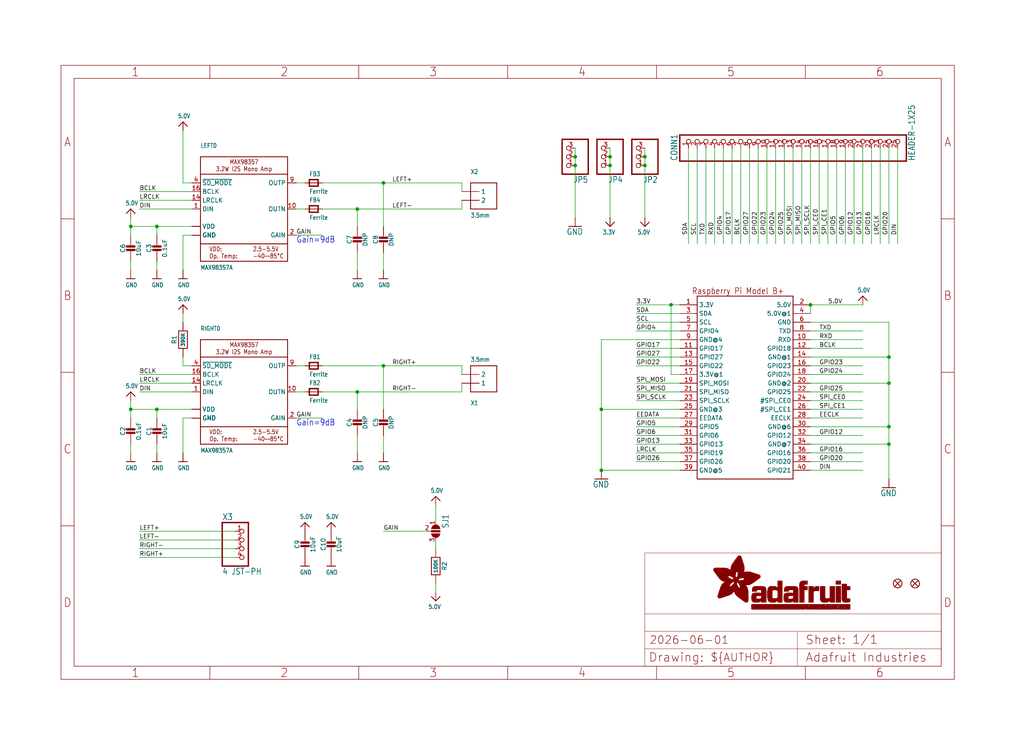
<source format=kicad_sch>
(kicad_sch (version 20230121) (generator eeschema)
  (paper "User" 298.45 217.322)
  (lib_symbols
    (symbol "working-eagle-import:3.3V" (power)
      (property "Value" "3.3V" (at -1.524 1.016 0))
      (symbol "3.3V_1_0"
        (pin power_in line (at 0 -2.54 90) (length 2.54) (name "3.3V") (number "1"))
      )
    )
    (symbol "working-eagle-import:5.0V" (power)
      (property "Value" "5.0V" (at -1.524 1.016 0))
      (symbol "5.0V_1_0"
        (pin power_in line (at 0 -2.54 90) (length 2.54) (name "5.0V") (number "1"))
      )
    )
    (symbol "working-eagle-import:AUDIOAMP_MAX98357"
      (property "Reference" "U" (at -12.7 17.78 0))
      (symbol "AUDIOAMP_MAX98357_1_0"
        (text "2.5-5.5V\n-40~~85°C" (at 2.54 -12.7 0) (effects (font (size 1.27 1.0795)) (justify left)))
        (text "MAX98357\n3.2W I2S Mono Amp" (at 0 12.7 0) (effects (font (size 1.27 1.0795))))
        (text "VDD:\nOp. Temp:" (at -10.16 -12.7 0) (effects (font (size 1.27 1.0795)) (justify left)))
        (pin bidirectional line (at -15.24 0 0) (length 2.54) (name "DIN") (number "1"))
        (pin output line (at 15.24 0 180) (length 2.54) (name "OUTN") (number "10"))
        (pin power_in line (at -15.24 -7.62 0) (length 2.54) (name "GND") (number "11"))
        (pin bidirectional line (at -15.24 2.54 0) (length 2.54) (name "LRCLK") (number "14"))
        (pin power_in line (at -15.24 -7.62 0) (length 2.54) (name "GND") (number "15"))
        (pin bidirectional line (at -15.24 5.08 0) (length 2.54) (name "BCLK") (number "16"))
        (pin bidirectional line (at 15.24 -7.62 180) (length 2.54) (name "GAIN") (number "2"))
        (pin power_in line (at -15.24 -7.62 0) (length 2.54) (name "GND") (number "3"))
        (pin bidirectional line (at -15.24 7.62 0) (length 2.54) (name "~{SD_MODE}") (number "4"))
        (pin power_in line (at -15.24 -5.08 0) (length 2.54) (name "VDD") (number "7"))
        (pin power_in line (at -15.24 -5.08 0) (length 2.54) (name "VDD") (number "8"))
        (pin output line (at 15.24 7.62 180) (length 2.54) (name "OUTP") (number "9"))
        (pin power_in line (at -15.24 -7.62 0) (length 2.54) (name "GND") (number "THERMAL"))
      )
    )
    (symbol "working-eagle-import:CAP_CERAMIC0805-NOOUTLINE"
      (property "Reference" "C" (at -2.29 1.25 90))
      (symbol "CAP_CERAMIC0805-NOOUTLINE_1_0"
        (pin passive line (at 0 5.08 270) (length 2.54) (name "1") (number "1"))
        (pin passive line (at 0 -2.54 90) (length 2.54) (name "2") (number "2"))
      )
    )
    (symbol "working-eagle-import:CON_JST_PH_4PIN"
      (property "Reference" "X" (at -6.35 8.255 0))
      (symbol "CON_JST_PH_4PIN_1_0"
        (pin passive inverted (at -2.54 5.08 0) (length 2.54) (name "1") (number "1"))
        (pin passive inverted (at -2.54 2.54 0) (length 2.54) (name "2") (number "2"))
        (pin passive inverted (at -2.54 0 0) (length 2.54) (name "3") (number "3"))
        (pin passive inverted (at -2.54 -2.54 0) (length 2.54) (name "4") (number "4"))
      )
    )
    (symbol "working-eagle-import:FERRITE-0805NO"
      (property "Reference" "FB" (at -1.27 1.905 0))
      (symbol "FERRITE-0805NO_1_0"
        (pin passive line (at -2.54 0 0) (length 2.54) (name "P$1") (number "1"))
        (pin passive line (at 2.54 0 180) (length 2.54) (name "P$2") (number "2"))
      )
    )
    (symbol "working-eagle-import:FIDUCIAL{dblquote}{dblquote}")
    (symbol "working-eagle-import:FRAME_A4_ADAFRUIT"
      (symbol "FRAME_A4_ADAFRUIT_1_0"
        (text "${#}/${##}" (at 230.505 10.16 0) (effects (font (size 2.54 2.54)) (justify left bottom)))
        (text "${AUTHOR}" (at 189.23 5.08 0) (effects (font (size 2.286 2.286)) (justify left bottom)))
        (text "${CURRENT_DATE}" (at 171.45 10.16 0) (effects (font (size 2.286 2.286)) (justify left bottom)))
        (text "${PROJECTNAME}" (at 171.45 15.24 0) (effects (font (size 2.54 2.54)) (justify left bottom)))
        (text "1" (at 21.6958 1.905 0) (effects (font (size 2.54 2.286))))
        (text "1" (at 21.6958 177.165 0) (effects (font (size 2.54 2.286))))
        (text "2" (at 65.0875 1.905 0) (effects (font (size 2.54 2.286))))
        (text "2" (at 65.0875 177.165 0) (effects (font (size 2.54 2.286))))
        (text "3" (at 108.4792 1.905 0) (effects (font (size 2.54 2.286))))
        (text "3" (at 108.4792 177.165 0) (effects (font (size 2.54 2.286))))
        (text "4" (at 151.8708 1.905 0) (effects (font (size 2.54 2.286))))
        (text "4" (at 151.8708 177.165 0) (effects (font (size 2.54 2.286))))
        (text "5" (at 195.2625 1.905 0) (effects (font (size 2.54 2.286))))
        (text "5" (at 195.2625 177.165 0) (effects (font (size 2.54 2.286))))
        (text "6" (at 238.6542 1.905 0) (effects (font (size 2.54 2.286))))
        (text "6" (at 238.6542 177.165 0) (effects (font (size 2.54 2.286))))
        (text "A" (at 1.905 156.6863 0) (effects (font (size 2.54 2.286))))
        (text "A" (at 258.445 156.6863 0) (effects (font (size 2.54 2.286))))
        (text "Adafruit Industries" (at 216.916 4.953 0) (effects (font (size 2.54 2.54)) (justify left bottom)))
        (text "B" (at 1.905 111.9188 0) (effects (font (size 2.54 2.286))))
        (text "B" (at 258.445 111.9188 0) (effects (font (size 2.54 2.286))))
        (text "C" (at 1.905 67.1513 0) (effects (font (size 2.54 2.286))))
        (text "C" (at 258.445 67.1513 0) (effects (font (size 2.54 2.286))))
        (text "D" (at 1.905 22.3838 0) (effects (font (size 2.54 2.286))))
        (text "D" (at 258.445 22.3838 0) (effects (font (size 2.54 2.286))))
        (text "Drawing:" (at 171.196 4.953 0) (effects (font (size 2.54 2.54)) (justify left bottom)))
        (text "Sheet:" (at 216.916 10.033 0) (effects (font (size 2.54 2.54)) (justify left bottom)))
      )
    )
    (symbol "working-eagle-import:GND" (power)
      (property "Value" "GND" (at -1.524 -2.54 0))
      (symbol "GND_1_0"
        (pin power_in line (at 0 2.54 270) (length 2.54) (name "GND") (number "1"))
      )
    )
    (symbol "working-eagle-import:HEADER-1X25"
      (property "Reference" "CONN" (at -3.81 33.655 0))
      (symbol "HEADER-1X25_1_0"
        (pin passive inverted (at 0 30.48 0) (length 2.54) (name "1") (number "1"))
        (pin passive inverted (at 0 7.62 0) (length 2.54) (name "10") (number "10"))
        (pin passive inverted (at 0 5.08 0) (length 2.54) (name "11") (number "11"))
        (pin passive inverted (at 0 2.54 0) (length 2.54) (name "12") (number "12"))
        (pin passive inverted (at 0 0 0) (length 2.54) (name "13") (number "13"))
        (pin passive inverted (at 0 -2.54 0) (length 2.54) (name "14") (number "14"))
        (pin passive inverted (at 0 -5.08 0) (length 2.54) (name "15") (number "15"))
        (pin passive inverted (at 0 -7.62 0) (length 2.54) (name "16") (number "16"))
        (pin passive inverted (at 0 -10.16 0) (length 2.54) (name "17") (number "17"))
        (pin passive inverted (at 0 -12.7 0) (length 2.54) (name "18") (number "18"))
        (pin passive inverted (at 0 -15.24 0) (length 2.54) (name "19") (number "19"))
        (pin passive inverted (at 0 27.94 0) (length 2.54) (name "2") (number "2"))
        (pin passive inverted (at 0 -17.78 0) (length 2.54) (name "20") (number "20"))
        (pin passive inverted (at 0 -20.32 0) (length 2.54) (name "21") (number "21"))
        (pin passive inverted (at 0 -22.86 0) (length 2.54) (name "22") (number "22"))
        (pin passive inverted (at 0 -25.4 0) (length 2.54) (name "23") (number "23"))
        (pin passive inverted (at 0 -27.94 0) (length 2.54) (name "24") (number "24"))
        (pin passive inverted (at 0 -30.48 0) (length 2.54) (name "25") (number "25"))
        (pin passive inverted (at 0 25.4 0) (length 2.54) (name "3") (number "3"))
        (pin passive inverted (at 0 22.86 0) (length 2.54) (name "4") (number "4"))
        (pin passive inverted (at 0 20.32 0) (length 2.54) (name "5") (number "5"))
        (pin passive inverted (at 0 17.78 0) (length 2.54) (name "6") (number "6"))
        (pin passive inverted (at 0 15.24 0) (length 2.54) (name "7") (number "7"))
        (pin passive inverted (at 0 12.7 0) (length 2.54) (name "8") (number "8"))
        (pin passive inverted (at 0 10.16 0) (length 2.54) (name "9") (number "9"))
      )
    )
    (symbol "working-eagle-import:HEADER-1X376MIL"
      (property "Reference" "JP" (at -6.35 5.715 0))
      (symbol "HEADER-1X376MIL_1_0"
        (pin passive inverted (at -2.54 2.54 0) (length 2.54) (name "1") (number "1"))
        (pin passive inverted (at -2.54 0 0) (length 2.54) (name "2") (number "2"))
        (pin passive inverted (at -2.54 -2.54 0) (length 2.54) (name "3") (number "3"))
      )
    )
    (symbol "working-eagle-import:RASPBERRYPI_BPLUS_BONNETNODIM"
      (symbol "RASPBERRYPI_BPLUS_BONNETNODIM_1_0"
        (text "Raspberry Pi Model B+" (at 12.7 25.4 0) (effects (font (size 1.778 1.5113)) (justify right top)))
        (pin power_in line (at -17.78 20.32 0) (length 5.08) (name "3.3V") (number "1"))
        (pin bidirectional line (at 20.32 10.16 180) (length 5.08) (name "RXD") (number "10"))
        (pin bidirectional line (at -17.78 7.62 0) (length 5.08) (name "GPIO17") (number "11"))
        (pin bidirectional line (at 20.32 7.62 180) (length 5.08) (name "GPIO18") (number "12"))
        (pin bidirectional line (at -17.78 5.08 0) (length 5.08) (name "GPIO27") (number "13"))
        (pin power_in line (at 20.32 5.08 180) (length 5.08) (name "GND@1") (number "14"))
        (pin bidirectional line (at -17.78 2.54 0) (length 5.08) (name "GPIO22") (number "15"))
        (pin bidirectional line (at 20.32 2.54 180) (length 5.08) (name "GPIO23") (number "16"))
        (pin power_in line (at -17.78 0 0) (length 5.08) (name "3.3V@1") (number "17"))
        (pin bidirectional line (at 20.32 0 180) (length 5.08) (name "GPIO24") (number "18"))
        (pin bidirectional line (at -17.78 -2.54 0) (length 5.08) (name "SPI_MOSI") (number "19"))
        (pin power_in line (at 20.32 20.32 180) (length 5.08) (name "5.0V") (number "2"))
        (pin power_in line (at 20.32 -2.54 180) (length 5.08) (name "GND@2") (number "20"))
        (pin bidirectional line (at -17.78 -5.08 0) (length 5.08) (name "SPI_MISO") (number "21"))
        (pin bidirectional line (at 20.32 -5.08 180) (length 5.08) (name "GPIO25") (number "22"))
        (pin bidirectional line (at -17.78 -7.62 0) (length 5.08) (name "SPI_SCLK") (number "23"))
        (pin bidirectional line (at 20.32 -7.62 180) (length 5.08) (name "#SPI_CE0") (number "24"))
        (pin power_in line (at -17.78 -10.16 0) (length 5.08) (name "GND@3") (number "25"))
        (pin bidirectional line (at 20.32 -10.16 180) (length 5.08) (name "#SPI_CE1") (number "26"))
        (pin bidirectional line (at -17.78 -12.7 0) (length 5.08) (name "EEDATA") (number "27"))
        (pin bidirectional line (at 20.32 -12.7 180) (length 5.08) (name "EECLK") (number "28"))
        (pin bidirectional line (at -17.78 -15.24 0) (length 5.08) (name "GPIO5") (number "29"))
        (pin bidirectional line (at -17.78 17.78 0) (length 5.08) (name "SDA") (number "3"))
        (pin power_in line (at 20.32 -15.24 180) (length 5.08) (name "GND@6") (number "30"))
        (pin bidirectional line (at -17.78 -17.78 0) (length 5.08) (name "GPIO6") (number "31"))
        (pin bidirectional line (at 20.32 -17.78 180) (length 5.08) (name "GPIO12") (number "32"))
        (pin bidirectional line (at -17.78 -20.32 0) (length 5.08) (name "GPIO13") (number "33"))
        (pin power_in line (at 20.32 -20.32 180) (length 5.08) (name "GND@7") (number "34"))
        (pin bidirectional line (at -17.78 -22.86 0) (length 5.08) (name "GPIO19") (number "35"))
        (pin bidirectional line (at 20.32 -22.86 180) (length 5.08) (name "GPIO16") (number "36"))
        (pin bidirectional line (at -17.78 -25.4 0) (length 5.08) (name "GPIO26") (number "37"))
        (pin bidirectional line (at 20.32 -25.4 180) (length 5.08) (name "GPIO20") (number "38"))
        (pin power_in line (at -17.78 -27.94 0) (length 5.08) (name "GND@5") (number "39"))
        (pin power_in line (at 20.32 17.78 180) (length 5.08) (name "5.0V@1") (number "4"))
        (pin bidirectional line (at 20.32 -27.94 180) (length 5.08) (name "GPIO21") (number "40"))
        (pin bidirectional line (at -17.78 15.24 0) (length 5.08) (name "SCL") (number "5"))
        (pin power_in line (at 20.32 15.24 180) (length 5.08) (name "GND") (number "6"))
        (pin bidirectional line (at -17.78 12.7 0) (length 5.08) (name "GPIO4") (number "7"))
        (pin bidirectional line (at 20.32 12.7 180) (length 5.08) (name "TXD") (number "8"))
        (pin power_in line (at -17.78 10.16 0) (length 5.08) (name "GND@4") (number "9"))
      )
    )
    (symbol "working-eagle-import:RESISTOR0805_NOOUTLINE"
      (property "Reference" "R" (at 0 2.54 0))
      (symbol "RESISTOR0805_NOOUTLINE_1_0"
        (pin passive line (at -5.08 0 0) (length 2.54) (name "1") (number "1"))
        (pin passive line (at 5.08 0 180) (length 2.54) (name "2") (number "2"))
      )
    )
    (symbol "working-eagle-import:SOLDERJUMPER_2WAY"
      (property "Reference" "SJ" (at -5.08 -3.81 0))
      (symbol "SOLDERJUMPER_2WAY_1_0"
        (pin passive line (at -2.54 0 0) (length 0) (name "1") (number "1"))
        (pin passive line (at 0 2.54 270) (length 0) (name "2") (number "2"))
        (pin passive line (at 2.54 0 180) (length 0) (name "3") (number "3"))
      )
    )
    (symbol "working-eagle-import:TERMBLOCK_1X2"
      (property "Reference" "X" (at -2.54 7.62 0))
      (symbol "TERMBLOCK_1X2_1_0"
        (pin passive line (at -5.08 2.54 0) (length 5.08) (name "1") (number "1"))
        (pin passive line (at -5.08 0 0) (length 5.08) (name "2") (number "2"))
      )
    )
    (symbol "working-eagle-import:supply1_GND" (power)
      (property "Value" "supply1_GND" (at -2.54 -2.54 0))
      (symbol "supply1_GND_1_0"
        (pin power_in line (at 0 2.54 270) (length 2.54) (name "GND") (number "1"))
      )
    )
  )
  (junction (at 167.64 45.72))
  (junction (at 187.96 48.26))
  (junction (at 236.22 88.9))
  (junction (at 111.76 106.68))
  (junction (at 45.72 66.04))
  (junction (at 259.08 124.46))
  (junction (at 104.14 60.96))
  (junction (at 175.26 119.38))
  (junction (at 195.58 88.9))
  (junction (at 175.26 137.16))
  (junction (at 177.8 48.26))
  (junction (at 104.14 114.3))
  (junction (at 177.8 45.72))
  (junction (at 111.76 53.34))
  (junction (at 259.08 129.54))
  (junction (at 38.1 66.04))
  (junction (at 167.64 48.26))
  (junction (at 45.72 119.38))
  (junction (at 38.1 119.38))
  (junction (at 259.08 104.14))
  (junction (at 259.08 111.76))
  (junction (at 187.96 45.72))
  (wire (pts (xy 53.34 68.58) (xy 53.34 78.74)) (stroke (width 0.1524)))
  (wire (pts (xy 228.6 43.18) (xy 228.6 71.12)) (stroke (width 0.1524)))
  (wire (pts (xy 185.42 132.08) (xy 198.12 132.08)) (stroke (width 0.1524)))
  (wire (pts (xy 104.14 114.3) (xy 104.14 119.38)) (stroke (width 0.1524)))
  (wire (pts (xy 236.22 137.16) (xy 251.46 137.16)) (stroke (width 0.1524)))
  (wire (pts (xy 111.76 127) (xy 111.76 132.08)) (stroke (width 0.1524)))
  (wire (pts (xy 198.12 88.9) (xy 195.58 88.9)) (stroke (width 0.1524)))
  (wire (pts (xy 236.22 116.84) (xy 251.46 116.84)) (stroke (width 0.1524)))
  (wire (pts (xy 236.22 93.98) (xy 259.08 93.98)) (stroke (width 0.1524)))
  (wire (pts (xy 236.22 96.52) (xy 251.46 96.52)) (stroke (width 0.1524)))
  (wire (pts (xy 261.62 71.12) (xy 261.62 43.18)) (stroke (width 0.1524)))
  (wire (pts (xy 243.84 43.18) (xy 243.84 71.12)) (stroke (width 0.1524)))
  (wire (pts (xy 38.1 119.38) (xy 38.1 116.84)) (stroke (width 0.1524)))
  (wire (pts (xy 111.76 106.68) (xy 134.62 106.68)) (stroke (width 0.1524)))
  (wire (pts (xy 226.06 71.12) (xy 226.06 43.18)) (stroke (width 0.1524)))
  (wire (pts (xy 236.22 127) (xy 251.46 127)) (stroke (width 0.1524)))
  (wire (pts (xy 86.36 60.96) (xy 88.9 60.96)) (stroke (width 0.1524)))
  (wire (pts (xy 104.14 114.3) (xy 134.62 114.3)) (stroke (width 0.1524)))
  (wire (pts (xy 177.8 48.26) (xy 177.8 63.5)) (stroke (width 0.1524)))
  (wire (pts (xy 38.1 76.2) (xy 38.1 78.74)) (stroke (width 0.1524)))
  (wire (pts (xy 93.98 60.96) (xy 104.14 60.96)) (stroke (width 0.1524)))
  (wire (pts (xy 236.22 106.68) (xy 251.46 106.68)) (stroke (width 0.1524)))
  (wire (pts (xy 111.76 53.34) (xy 134.62 53.34)) (stroke (width 0.1524)))
  (wire (pts (xy 195.58 109.22) (xy 198.12 109.22)) (stroke (width 0.1524)))
  (wire (pts (xy 93.98 114.3) (xy 104.14 114.3)) (stroke (width 0.1524)))
  (wire (pts (xy 185.42 124.46) (xy 198.12 124.46)) (stroke (width 0.1524)))
  (wire (pts (xy 111.76 53.34) (xy 111.76 66.04)) (stroke (width 0.1524)))
  (wire (pts (xy 187.96 48.26) (xy 187.96 63.5)) (stroke (width 0.1524)))
  (wire (pts (xy 198.12 101.6) (xy 185.42 101.6)) (stroke (width 0.1524)))
  (wire (pts (xy 195.58 109.22) (xy 195.58 88.9)) (stroke (width 0.1524)))
  (wire (pts (xy 185.42 116.84) (xy 198.12 116.84)) (stroke (width 0.1524)))
  (wire (pts (xy 236.22 111.76) (xy 259.08 111.76)) (stroke (width 0.1524)))
  (wire (pts (xy 127 157.48) (xy 127 160.02)) (stroke (width 0.1524)))
  (wire (pts (xy 86.36 106.68) (xy 88.9 106.68)) (stroke (width 0.1524)))
  (wire (pts (xy 45.72 66.04) (xy 38.1 66.04)) (stroke (width 0.1524)))
  (wire (pts (xy 86.36 121.92) (xy 93.98 121.92)) (stroke (width 0.1524)))
  (wire (pts (xy 248.92 43.18) (xy 248.92 71.12)) (stroke (width 0.1524)))
  (wire (pts (xy 55.88 119.38) (xy 45.72 119.38)) (stroke (width 0.1524)))
  (wire (pts (xy 185.42 104.14) (xy 198.12 104.14)) (stroke (width 0.1524)))
  (wire (pts (xy 55.88 106.68) (xy 53.34 106.68)) (stroke (width 0.1524)))
  (wire (pts (xy 55.88 55.88) (xy 40.64 55.88)) (stroke (width 0.1524)))
  (wire (pts (xy 86.36 114.3) (xy 88.9 114.3)) (stroke (width 0.1524)))
  (wire (pts (xy 93.98 106.68) (xy 111.76 106.68)) (stroke (width 0.1524)))
  (wire (pts (xy 38.1 68.58) (xy 38.1 66.04)) (stroke (width 0.1524)))
  (wire (pts (xy 93.98 53.34) (xy 111.76 53.34)) (stroke (width 0.1524)))
  (wire (pts (xy 198.12 121.92) (xy 185.42 121.92)) (stroke (width 0.1524)))
  (wire (pts (xy 256.54 71.12) (xy 256.54 43.18)) (stroke (width 0.1524)))
  (wire (pts (xy 124.46 154.94) (xy 111.76 154.94)) (stroke (width 0.1524)))
  (wire (pts (xy 68.58 154.94) (xy 40.64 154.94)) (stroke (width 0.1524)))
  (wire (pts (xy 38.1 129.54) (xy 38.1 132.08)) (stroke (width 0.1524)))
  (wire (pts (xy 53.34 121.92) (xy 53.34 132.08)) (stroke (width 0.1524)))
  (wire (pts (xy 175.26 119.38) (xy 175.26 137.16)) (stroke (width 0.1524)))
  (wire (pts (xy 236.22 109.22) (xy 251.46 109.22)) (stroke (width 0.1524)))
  (wire (pts (xy 246.38 71.12) (xy 246.38 43.18)) (stroke (width 0.1524)))
  (wire (pts (xy 104.14 60.96) (xy 134.62 60.96)) (stroke (width 0.1524)))
  (wire (pts (xy 175.26 119.38) (xy 198.12 119.38)) (stroke (width 0.1524)))
  (wire (pts (xy 167.64 48.26) (xy 167.64 63.5)) (stroke (width 0.1524)))
  (wire (pts (xy 259.08 111.76) (xy 259.08 124.46)) (stroke (width 0.1524)))
  (wire (pts (xy 208.28 71.12) (xy 208.28 43.18)) (stroke (width 0.1524)))
  (wire (pts (xy 236.22 119.38) (xy 251.46 119.38)) (stroke (width 0.1524)))
  (wire (pts (xy 198.12 106.68) (xy 185.42 106.68)) (stroke (width 0.1524)))
  (wire (pts (xy 236.22 91.44) (xy 236.22 88.9)) (stroke (width 0.1524)))
  (wire (pts (xy 175.26 99.06) (xy 198.12 99.06)) (stroke (width 0.1524)))
  (wire (pts (xy 236.22 114.3) (xy 251.46 114.3)) (stroke (width 0.1524)))
  (wire (pts (xy 55.88 53.34) (xy 53.34 53.34)) (stroke (width 0.1524)))
  (wire (pts (xy 251.46 71.12) (xy 251.46 43.18)) (stroke (width 0.1524)))
  (wire (pts (xy 236.22 71.12) (xy 236.22 43.18)) (stroke (width 0.1524)))
  (wire (pts (xy 55.88 111.76) (xy 40.64 111.76)) (stroke (width 0.1524)))
  (wire (pts (xy 127 152.4) (xy 127 147.32)) (stroke (width 0.1524)))
  (wire (pts (xy 175.26 119.38) (xy 175.26 99.06)) (stroke (width 0.1524)))
  (wire (pts (xy 177.8 48.26) (xy 177.8 45.72)) (stroke (width 0.1524)))
  (wire (pts (xy 111.76 106.68) (xy 111.76 119.38)) (stroke (width 0.1524)))
  (wire (pts (xy 236.22 124.46) (xy 259.08 124.46)) (stroke (width 0.1524)))
  (wire (pts (xy 104.14 60.96) (xy 104.14 66.04)) (stroke (width 0.1524)))
  (wire (pts (xy 259.08 93.98) (xy 259.08 104.14)) (stroke (width 0.1524)))
  (wire (pts (xy 45.72 68.58) (xy 45.72 66.04)) (stroke (width 0.1524)))
  (wire (pts (xy 259.08 43.18) (xy 259.08 71.12)) (stroke (width 0.1524)))
  (wire (pts (xy 198.12 91.44) (xy 185.42 91.44)) (stroke (width 0.1524)))
  (wire (pts (xy 40.64 160.02) (xy 68.58 160.02)) (stroke (width 0.1524)))
  (wire (pts (xy 259.08 124.46) (xy 259.08 129.54)) (stroke (width 0.1524)))
  (wire (pts (xy 86.36 53.34) (xy 88.9 53.34)) (stroke (width 0.1524)))
  (wire (pts (xy 45.72 119.38) (xy 38.1 119.38)) (stroke (width 0.1524)))
  (wire (pts (xy 104.14 73.66) (xy 104.14 78.74)) (stroke (width 0.1524)))
  (wire (pts (xy 55.88 58.42) (xy 40.64 58.42)) (stroke (width 0.1524)))
  (wire (pts (xy 236.22 134.62) (xy 251.46 134.62)) (stroke (width 0.1524)))
  (wire (pts (xy 187.96 45.72) (xy 187.96 48.26)) (stroke (width 0.1524)))
  (wire (pts (xy 223.52 43.18) (xy 223.52 71.12)) (stroke (width 0.1524)))
  (wire (pts (xy 55.88 114.3) (xy 40.64 114.3)) (stroke (width 0.1524)))
  (wire (pts (xy 53.34 106.68) (xy 53.34 104.14)) (stroke (width 0.1524)))
  (wire (pts (xy 195.58 88.9) (xy 185.42 88.9)) (stroke (width 0.1524)))
  (wire (pts (xy 127 172.72) (xy 127 170.18)) (stroke (width 0.1524)))
  (wire (pts (xy 198.12 96.52) (xy 185.42 96.52)) (stroke (width 0.1524)))
  (wire (pts (xy 185.42 127) (xy 198.12 127)) (stroke (width 0.1524)))
  (wire (pts (xy 185.42 134.62) (xy 198.12 134.62)) (stroke (width 0.1524)))
  (wire (pts (xy 167.64 48.26) (xy 167.64 45.72)) (stroke (width 0.1524)))
  (wire (pts (xy 218.44 43.18) (xy 218.44 71.12)) (stroke (width 0.1524)))
  (wire (pts (xy 68.58 157.48) (xy 40.64 157.48)) (stroke (width 0.1524)))
  (wire (pts (xy 220.98 71.12) (xy 220.98 43.18)) (stroke (width 0.1524)))
  (wire (pts (xy 185.42 111.76) (xy 198.12 111.76)) (stroke (width 0.1524)))
  (wire (pts (xy 251.46 99.06) (xy 236.22 99.06)) (stroke (width 0.1524)))
  (wire (pts (xy 236.22 132.08) (xy 251.46 132.08)) (stroke (width 0.1524)))
  (wire (pts (xy 236.22 129.54) (xy 259.08 129.54)) (stroke (width 0.1524)))
  (wire (pts (xy 55.88 121.92) (xy 53.34 121.92)) (stroke (width 0.1524)))
  (wire (pts (xy 200.66 43.18) (xy 200.66 71.12)) (stroke (width 0.1524)))
  (wire (pts (xy 38.1 66.04) (xy 38.1 63.5)) (stroke (width 0.1524)))
  (wire (pts (xy 236.22 121.92) (xy 251.46 121.92)) (stroke (width 0.1524)))
  (wire (pts (xy 45.72 129.54) (xy 45.72 132.08)) (stroke (width 0.1524)))
  (wire (pts (xy 134.62 114.3) (xy 134.62 111.76)) (stroke (width 0.1524)))
  (wire (pts (xy 254 43.18) (xy 254 71.12)) (stroke (width 0.1524)))
  (wire (pts (xy 45.72 76.2) (xy 45.72 78.74)) (stroke (width 0.1524)))
  (wire (pts (xy 233.68 43.18) (xy 233.68 71.12)) (stroke (width 0.1524)))
  (wire (pts (xy 236.22 88.9) (xy 251.46 88.9)) (stroke (width 0.1524)))
  (wire (pts (xy 203.2 71.12) (xy 203.2 43.18)) (stroke (width 0.1524)))
  (wire (pts (xy 210.82 43.18) (xy 210.82 71.12)) (stroke (width 0.1524)))
  (wire (pts (xy 259.08 129.54) (xy 259.08 139.7)) (stroke (width 0.1524)))
  (wire (pts (xy 241.3 71.12) (xy 241.3 43.18)) (stroke (width 0.1524)))
  (wire (pts (xy 55.88 109.22) (xy 40.64 109.22)) (stroke (width 0.1524)))
  (wire (pts (xy 236.22 104.14) (xy 259.08 104.14)) (stroke (width 0.1524)))
  (wire (pts (xy 215.9 71.12) (xy 215.9 43.18)) (stroke (width 0.1524)))
  (wire (pts (xy 53.34 93.98) (xy 53.34 91.44)) (stroke (width 0.1524)))
  (wire (pts (xy 111.76 73.66) (xy 111.76 78.74)) (stroke (width 0.1524)))
  (wire (pts (xy 238.76 43.18) (xy 238.76 71.12)) (stroke (width 0.1524)))
  (wire (pts (xy 231.14 71.12) (xy 231.14 43.18)) (stroke (width 0.1524)))
  (wire (pts (xy 259.08 104.14) (xy 259.08 111.76)) (stroke (width 0.1524)))
  (wire (pts (xy 205.74 43.18) (xy 205.74 71.12)) (stroke (width 0.1524)))
  (wire (pts (xy 55.88 68.58) (xy 53.34 68.58)) (stroke (width 0.1524)))
  (wire (pts (xy 213.36 71.12) (xy 213.36 43.18)) (stroke (width 0.1524)))
  (wire (pts (xy 167.64 45.72) (xy 167.64 43.18)) (stroke (width 0.1524)))
  (wire (pts (xy 104.14 127) (xy 104.14 132.08)) (stroke (width 0.1524)))
  (wire (pts (xy 134.62 58.42) (xy 134.62 60.96)) (stroke (width 0.1524)))
  (wire (pts (xy 236.22 101.6) (xy 251.46 101.6)) (stroke (width 0.1524)))
  (wire (pts (xy 134.62 106.68) (xy 134.62 109.22)) (stroke (width 0.1524)))
  (wire (pts (xy 38.1 121.92) (xy 38.1 119.38)) (stroke (width 0.1524)))
  (wire (pts (xy 40.64 162.56) (xy 68.58 162.56)) (stroke (width 0.1524)))
  (wire (pts (xy 55.88 66.04) (xy 45.72 66.04)) (stroke (width 0.1524)))
  (wire (pts (xy 198.12 93.98) (xy 185.42 93.98)) (stroke (width 0.1524)))
  (wire (pts (xy 134.62 53.34) (xy 134.62 55.88)) (stroke (width 0.1524)))
  (wire (pts (xy 185.42 114.3) (xy 198.12 114.3)) (stroke (width 0.1524)))
  (wire (pts (xy 86.36 68.58) (xy 93.98 68.58)) (stroke (width 0.1524)))
  (wire (pts (xy 177.8 45.72) (xy 177.8 43.18)) (stroke (width 0.1524)))
  (wire (pts (xy 187.96 43.18) (xy 187.96 45.72)) (stroke (width 0.1524)))
  (wire (pts (xy 185.42 129.54) (xy 198.12 129.54)) (stroke (width 0.1524)))
  (wire (pts (xy 198.12 137.16) (xy 175.26 137.16)) (stroke (width 0.1524)))
  (wire (pts (xy 45.72 121.92) (xy 45.72 119.38)) (stroke (width 0.1524)))
  (wire (pts (xy 55.88 60.96) (xy 40.64 60.96)) (stroke (width 0.1524)))
  (wire (pts (xy 53.34 53.34) (xy 53.34 38.1)) (stroke (width 0.1524)))
  (text "Gain=9dB" (at 86.36 71.12 0) (effects (font (size 1.778 1.5113)) (justify left bottom)))
  (text "Gain=9dB" (at 86.36 124.46 0) (effects (font (size 1.778 1.5113)) (justify left bottom)))
  (label "SCL" (at 185.42 93.98 0) (effects (font (size 1.2446 1.2446))))
  (label "BCLK" (at 40.64 55.88 0) (effects (font (size 1.2446 1.2446))))
  (label "SPI_MOSI" (at 231.14 68.58 90) (effects (font (size 1.2446 1.2446))))
  (label "LRCLK" (at 40.64 58.42 0) (effects (font (size 1.2446 1.2446))))
  (label "GPIO17" (at 185.42 101.6 0) (effects (font (size 1.2446 1.2446))))
  (label "EEDATA" (at 185.42 121.92 0) (effects (font (size 1.2446 1.2446))))
  (label "GPIO4" (at 185.42 96.52 0) (effects (font (size 1.2446 1.2446))))
  (label "GPIO23" (at 238.76 106.68 0) (effects (font (size 1.2446 1.2446))))
  (label "LEFT+" (at 114.3 53.34 0) (effects (font (size 1.2446 1.2446))))
  (label "RIGHT-" (at 114.3 114.3 0) (effects (font (size 1.2446 1.2446))))
  (label "GPIO20" (at 259.08 68.58 90) (effects (font (size 1.2446 1.2446))))
  (label "GPIO4" (at 210.82 68.58 90) (effects (font (size 1.2446 1.2446))))
  (label "GAIN" (at 86.36 68.58 0) (effects (font (size 1.2446 1.2446))))
  (label "GAIN" (at 111.76 154.94 0) (effects (font (size 1.2446 1.2446))))
  (label "SCL" (at 203.2 68.58 90) (effects (font (size 1.2446 1.2446))))
  (label "GPIO22" (at 185.42 106.68 0) (effects (font (size 1.2446 1.2446))))
  (label "GPIO22" (at 220.98 68.58 90) (effects (font (size 1.2446 1.2446))))
  (label "DIN" (at 261.62 68.58 90) (effects (font (size 1.2446 1.2446))))
  (label "LRCLK" (at 40.64 111.76 0) (effects (font (size 1.2446 1.2446))))
  (label "RIGHT-" (at 40.64 160.02 0) (effects (font (size 1.2446 1.2446))))
  (label "TXD" (at 238.76 96.52 0) (effects (font (size 1.2446 1.2446))))
  (label "GPIO26" (at 185.42 134.62 0) (effects (font (size 1.2446 1.2446))))
  (label "SPI_SCLK" (at 185.42 116.84 0) (effects (font (size 1.2446 1.2446))))
  (label "SDA" (at 200.66 68.58 90) (effects (font (size 1.2446 1.2446))))
  (label "LEFT-" (at 40.64 157.48 0) (effects (font (size 1.2446 1.2446))))
  (label "RIGHT+" (at 114.3 106.68 0) (effects (font (size 1.2446 1.2446))))
  (label "GPIO12" (at 238.76 127 0) (effects (font (size 1.2446 1.2446))))
  (label "GPIO16" (at 238.76 132.08 0) (effects (font (size 1.2446 1.2446))))
  (label "GPIO6" (at 185.42 127 0) (effects (font (size 1.2446 1.2446))))
  (label "SPI_CE0" (at 238.76 116.84 0) (effects (font (size 1.2446 1.2446))))
  (label "RXD" (at 238.76 99.06 0) (effects (font (size 1.2446 1.2446))))
  (label "BCLK" (at 238.76 101.6 0) (effects (font (size 1.2446 1.2446))))
  (label "DIN" (at 40.64 60.96 0) (effects (font (size 1.2446 1.2446))))
  (label "GPIO13" (at 185.42 129.54 0) (effects (font (size 1.2446 1.2446))))
  (label "LRCLK" (at 256.54 68.58 90) (effects (font (size 1.2446 1.2446))))
  (label "DIN" (at 238.76 137.16 0) (effects (font (size 1.2446 1.2446))))
  (label "GPIO23" (at 223.52 68.58 90) (effects (font (size 1.2446 1.2446))))
  (label "3.3V" (at 185.42 88.9 0) (effects (font (size 1.2446 1.2446))))
  (label "GPIO5" (at 243.84 68.58 90) (effects (font (size 1.2446 1.2446))))
  (label "RIGHT+" (at 40.64 162.56 0) (effects (font (size 1.2446 1.2446))))
  (label "SPI_CE0" (at 238.76 68.58 90) (effects (font (size 1.2446 1.2446))))
  (label "GPIO6" (at 246.38 68.58 90) (effects (font (size 1.2446 1.2446))))
  (label "GPIO5" (at 185.42 124.46 0) (effects (font (size 1.2446 1.2446))))
  (label "GAIN" (at 86.36 121.92 0) (effects (font (size 1.2446 1.2446))))
  (label "GPIO17" (at 213.36 68.58 90) (effects (font (size 1.2446 1.2446))))
  (label "TXD" (at 205.74 68.58 90) (effects (font (size 1.2446 1.2446))))
  (label "GPIO13" (at 251.46 68.58 90) (effects (font (size 1.2446 1.2446))))
  (label "GPIO27" (at 185.42 104.14 0) (effects (font (size 1.2446 1.2446))))
  (label "BCLK" (at 215.9 68.58 90) (effects (font (size 1.2446 1.2446))))
  (label "SPI_MISO" (at 185.42 114.3 0) (effects (font (size 1.2446 1.2446))))
  (label "RXD" (at 208.28 68.58 90) (effects (font (size 1.2446 1.2446))))
  (label "GPIO24" (at 238.76 109.22 0) (effects (font (size 1.2446 1.2446))))
  (label "SPI_CE1" (at 241.3 68.58 90) (effects (font (size 1.2446 1.2446))))
  (label "GPIO20" (at 238.76 134.62 0) (effects (font (size 1.2446 1.2446))))
  (label "GPIO24" (at 226.06 68.58 90) (effects (font (size 1.2446 1.2446))))
  (label "SDA" (at 185.42 91.44 0) (effects (font (size 1.2446 1.2446))))
  (label "EECLK" (at 238.76 121.92 0) (effects (font (size 1.2446 1.2446))))
  (label "SPI_SCLK" (at 236.22 68.58 90) (effects (font (size 1.2446 1.2446))))
  (label "GPIO16" (at 254 68.58 90) (effects (font (size 1.2446 1.2446))))
  (label "GPIO25" (at 238.76 114.3 0) (effects (font (size 1.2446 1.2446))))
  (label "GPIO12" (at 248.92 68.58 90) (effects (font (size 1.2446 1.2446))))
  (label "SPI_MISO" (at 233.68 68.58 90) (effects (font (size 1.2446 1.2446))))
  (label "DIN" (at 40.64 114.3 0) (effects (font (size 1.2446 1.2446))))
  (label "LRCLK" (at 185.42 132.08 0) (effects (font (size 1.2446 1.2446))))
  (label "GPIO25" (at 228.6 68.58 90) (effects (font (size 1.2446 1.2446))))
  (label "5.0V" (at 241.3 88.9 0) (effects (font (size 1.2446 1.2446))))
  (label "SPI_CE1" (at 238.76 119.38 0) (effects (font (size 1.2446 1.2446))))
  (label "LEFT-" (at 114.3 60.96 0) (effects (font (size 1.2446 1.2446))))
  (label "BCLK" (at 40.64 109.22 0) (effects (font (size 1.2446 1.2446))))
  (label "SPI_MOSI" (at 185.42 111.76 0) (effects (font (size 1.2446 1.2446))))
  (label "LEFT+" (at 40.64 154.94 0) (effects (font (size 1.2446 1.2446))))
  (label "GPIO27" (at 218.44 68.58 90) (effects (font (size 1.2446 1.2446))))
  (symbol (lib_id "working-eagle-import:HEADER-1X376MIL") (at 185.42 45.72 180) (unit 1)
    (property "Reference" "JP2" (at 191.77 51.435 0) (effects (font (size 1.778 1.5113)) (justify left bottom)))
    (property "Value" "HEADER-1X376MIL" (effects hide))
    (property "Footprint" "working:1X03_ROUND_76" (effects hide))
  )
  (symbol (lib_id "working-eagle-import:GND") (at 88.9 165.1 0) (unit 1)
    (property "Reference" "#U$28" (effects hide))
    (property "Value" "GND" (at 87.376 167.64 0) (effects (font (size 1.27 1.0795)) (justify left bottom)))
  )
  (symbol (lib_id "working-eagle-import:3.3V") (at 177.8 66.04 180) (unit 1)
    (property "Reference" "#U$21" (effects hide))
    (property "Value" "3.3V" (at 179.324 67.056 0) (effects (font (size 1.27 1.0795)) (justify left bottom)))
  )
  (symbol (lib_id "working-eagle-import:FERRITE-0805NO") (at 91.44 60.96 0) (unit 1)
    (property "Reference" "FB4" (at 90.17 59.055 0) (effects (font (size 1.27 1.0795)) (justify left bottom)))
    (property "Value" "Ferrite" (at 90.17 64.135 0) (effects (font (size 1.27 1.0795)) (justify left bottom)))
    (property "Footprint" "working:0805-NO" (effects hide))
  )
  (symbol (lib_id "working-eagle-import:5.0V") (at 127 144.78 0) (unit 1)
    (property "Reference" "#U$18" (effects hide))
    (property "Value" "5.0V" (at 125.476 143.764 0) (effects (font (size 1.27 1.0795)) (justify left bottom)))
  )
  (symbol (lib_id "working-eagle-import:GND") (at 104.14 134.62 0) (unit 1)
    (property "Reference" "#U$6" (effects hide))
    (property "Value" "GND" (at 102.616 137.16 0) (effects (font (size 1.27 1.0795)) (justify left bottom)))
  )
  (symbol (lib_id "working-eagle-import:HEADER-1X25") (at 231.14 43.18 90) (unit 1)
    (property "Reference" "CONN1" (at 197.485 46.99 0) (effects (font (size 1.778 1.5113)) (justify left bottom)))
    (property "Value" "HEADER-1X25" (at 266.7 46.99 0) (effects (font (size 1.778 1.5113)) (justify left bottom)))
    (property "Footprint" "working:1X25_ROUND_70MIL" (effects hide))
  )
  (symbol (lib_id "working-eagle-import:CAP_CERAMIC0805-NOOUTLINE") (at 88.9 160.02 0) (unit 1)
    (property "Reference" "C9" (at 86.61 158.77 90))
    (property "Value" "10uF" (at 91.2 158.77 90))
    (property "Footprint" "working:0805-NO" (effects hide))
  )
  (symbol (lib_id "working-eagle-import:5.0V") (at 251.46 86.36 0) (unit 1)
    (property "Reference" "#U$14" (effects hide))
    (property "Value" "5.0V" (at 249.936 85.344 0) (effects (font (size 1.27 1.0795)) (justify left bottom)))
  )
  (symbol (lib_id "working-eagle-import:GND") (at 104.14 81.28 0) (unit 1)
    (property "Reference" "#U$15" (effects hide))
    (property "Value" "GND" (at 102.616 83.82 0) (effects (font (size 1.27 1.0795)) (justify left bottom)))
  )
  (symbol (lib_id "working-eagle-import:5.0V") (at 53.34 88.9 0) (unit 1)
    (property "Reference" "#U$1" (effects hide))
    (property "Value" "5.0V" (at 51.816 87.884 0) (effects (font (size 1.27 1.0795)) (justify left bottom)))
  )
  (symbol (lib_id "working-eagle-import:FIDUCIAL{dblquote}{dblquote}") (at 261.62 170.18 0) (unit 1)
    (property "Reference" "FID1" (effects hide))
    (property "Value" "FIDUCIAL{dblquote}{dblquote}" (effects hide))
    (property "Footprint" "working:FIDUCIAL_1MM" (effects hide))
  )
  (symbol (lib_id "working-eagle-import:5.0V") (at 187.96 66.04 180) (unit 1)
    (property "Reference" "#U$22" (effects hide))
    (property "Value" "5.0V" (at 189.484 67.056 0) (effects (font (size 1.27 1.0795)) (justify left bottom)))
  )
  (symbol (lib_id "working-eagle-import:5.0V") (at 88.9 152.4 0) (unit 1)
    (property "Reference" "#U$26" (effects hide))
    (property "Value" "5.0V" (at 87.376 151.384 0) (effects (font (size 1.27 1.0795)) (justify left bottom)))
  )
  (symbol (lib_id "working-eagle-import:CAP_CERAMIC0805-NOOUTLINE") (at 96.52 160.02 0) (unit 1)
    (property "Reference" "C10" (at 94.23 158.77 90))
    (property "Value" "10uF" (at 98.82 158.77 90))
    (property "Footprint" "working:0805-NO" (effects hide))
  )
  (symbol (lib_id "working-eagle-import:5.0V") (at 38.1 114.3 0) (unit 1)
    (property "Reference" "#U$3" (effects hide))
    (property "Value" "5.0V" (at 36.576 113.284 0) (effects (font (size 1.27 1.0795)) (justify left bottom)))
  )
  (symbol (lib_id "working-eagle-import:CAP_CERAMIC0805-NOOUTLINE") (at 38.1 73.66 0) (unit 1)
    (property "Reference" "C6" (at 35.81 72.41 90))
    (property "Value" "10uF" (at 40.4 72.41 90))
    (property "Footprint" "working:0805-NO" (effects hide))
  )
  (symbol (lib_id "working-eagle-import:5.0V") (at 96.52 152.4 0) (unit 1)
    (property "Reference" "#U$27" (effects hide))
    (property "Value" "5.0V" (at 94.996 151.384 0) (effects (font (size 1.27 1.0795)) (justify left bottom)))
  )
  (symbol (lib_id "working-eagle-import:RESISTOR0805_NOOUTLINE") (at 127 165.1 270) (unit 1)
    (property "Reference" "R2" (at 129.54 165.1 0))
    (property "Value" "100K" (at 127 165.1 0) (effects (font (size 1.016 1.016) bold)))
    (property "Footprint" "working:0805-NO" (effects hide))
  )
  (symbol (lib_id "working-eagle-import:GND") (at 45.72 134.62 0) (unit 1)
    (property "Reference" "#U$4" (effects hide))
    (property "Value" "GND" (at 44.196 137.16 0) (effects (font (size 1.27 1.0795)) (justify left bottom)))
  )
  (symbol (lib_id "working-eagle-import:supply1_GND") (at 167.64 66.04 0) (unit 1)
    (property "Reference" "#GND5" (effects hide))
    (property "Value" "GND" (at 165.1 68.58 0) (effects (font (size 1.778 1.5113)) (justify left bottom)))
  )
  (symbol (lib_id "working-eagle-import:supply1_GND") (at 175.26 139.7 0) (unit 1)
    (property "Reference" "#GND1" (effects hide))
    (property "Value" "GND" (at 172.72 142.24 0) (effects (font (size 1.778 1.5113)) (justify left bottom)))
  )
  (symbol (lib_id "working-eagle-import:GND") (at 38.1 81.28 0) (unit 1)
    (property "Reference" "#U$13" (effects hide))
    (property "Value" "GND" (at 36.576 83.82 0) (effects (font (size 1.27 1.0795)) (justify left bottom)))
  )
  (symbol (lib_id "working-eagle-import:GND") (at 111.76 81.28 0) (unit 1)
    (property "Reference" "#U$16" (effects hide))
    (property "Value" "GND" (at 110.236 83.82 0) (effects (font (size 1.27 1.0795)) (justify left bottom)))
  )
  (symbol (lib_id "working-eagle-import:CAP_CERAMIC0805-NOOUTLINE") (at 38.1 127 0) (unit 1)
    (property "Reference" "C2" (at 35.81 125.75 90))
    (property "Value" "0.1uF" (at 40.4 125.75 90))
    (property "Footprint" "working:0805-NO" (effects hide))
  )
  (symbol (lib_id "working-eagle-import:RESISTOR0805_NOOUTLINE") (at 53.34 99.06 90) (unit 1)
    (property "Reference" "R1" (at 50.8 99.06 0))
    (property "Value" "390K" (at 53.34 99.06 0) (effects (font (size 1.016 1.016) bold)))
    (property "Footprint" "working:0805-NO" (effects hide))
  )
  (symbol (lib_id "working-eagle-import:RASPBERRYPI_BPLUS_BONNETNODIM") (at 215.9 109.22 0) (unit 1)
    (property "Reference" "RPI1" (effects hide))
    (property "Value" "RASPBERRYPI_BPLUS_BONNETNODIM" (effects hide))
    (property "Footprint" "working:PI_BONNET_NODIM" (effects hide))
  )
  (symbol (lib_id "working-eagle-import:HEADER-1X376MIL") (at 175.26 45.72 180) (unit 1)
    (property "Reference" "JP4" (at 181.61 51.435 0) (effects (font (size 1.778 1.5113)) (justify left bottom)))
    (property "Value" "HEADER-1X376MIL" (effects hide))
    (property "Footprint" "working:1X03_ROUND_76" (effects hide))
  )
  (symbol (lib_id "working-eagle-import:CAP_CERAMIC0805-NOOUTLINE") (at 111.76 124.46 0) (unit 1)
    (property "Reference" "C5" (at 109.47 123.21 90))
    (property "Value" "DNP" (at 114.06 123.21 90))
    (property "Footprint" "working:0805-NO" (effects hide))
  )
  (symbol (lib_id "working-eagle-import:TERMBLOCK_1X2") (at 139.7 109.22 0) (mirror x) (unit 1)
    (property "Reference" "X1" (at 137.16 116.84 0) (effects (font (size 1.27 1.0795)) (justify left bottom)))
    (property "Value" "3.5mm" (at 137.16 104.14 0) (effects (font (size 1.27 1.0795)) (justify left bottom)))
    (property "Footprint" "working:TERMBLOCK_1X2-3.5MM" (effects hide))
  )
  (symbol (lib_id "working-eagle-import:CON_JST_PH_4PIN") (at 71.12 160.02 0) (unit 1)
    (property "Reference" "X3" (at 64.77 151.765 0) (effects (font (size 1.778 1.5113)) (justify left bottom)))
    (property "Value" "4 JST-PH" (at 64.77 167.64 0) (effects (font (size 1.778 1.5113)) (justify left bottom)))
    (property "Footprint" "working:JSTPH4" (effects hide))
  )
  (symbol (lib_id "working-eagle-import:5.0V") (at 53.34 35.56 0) (unit 1)
    (property "Reference" "#U$17" (effects hide))
    (property "Value" "5.0V" (at 51.816 34.544 0) (effects (font (size 1.27 1.0795)) (justify left bottom)))
  )
  (symbol (lib_id "working-eagle-import:FERRITE-0805NO") (at 91.44 114.3 0) (unit 1)
    (property "Reference" "FB2" (at 90.17 112.395 0) (effects (font (size 1.27 1.0795)) (justify left bottom)))
    (property "Value" "Ferrite" (at 90.17 117.475 0) (effects (font (size 1.27 1.0795)) (justify left bottom)))
    (property "Footprint" "working:0805-NO" (effects hide))
  )
  (symbol (lib_id "working-eagle-import:TERMBLOCK_1X2") (at 139.7 58.42 0) (unit 1)
    (property "Reference" "X2" (at 137.16 50.8 0) (effects (font (size 1.27 1.0795)) (justify left bottom)))
    (property "Value" "3.5mm" (at 137.16 63.5 0) (effects (font (size 1.27 1.0795)) (justify left bottom)))
    (property "Footprint" "working:TERMBLOCK_1X2-3.5MM" (effects hide))
  )
  (symbol (lib_id "working-eagle-import:CAP_CERAMIC0805-NOOUTLINE") (at 111.76 71.12 0) (unit 1)
    (property "Reference" "C8" (at 109.47 69.87 90))
    (property "Value" "DNP" (at 114.06 69.87 90))
    (property "Footprint" "working:0805-NO" (effects hide))
  )
  (symbol (lib_id "working-eagle-import:5.0V") (at 38.1 60.96 0) (unit 1)
    (property "Reference" "#U$9" (effects hide))
    (property "Value" "5.0V" (at 36.576 59.944 0) (effects (font (size 1.27 1.0795)) (justify left bottom)))
  )
  (symbol (lib_id "working-eagle-import:CAP_CERAMIC0805-NOOUTLINE") (at 104.14 71.12 0) (unit 1)
    (property "Reference" "C7" (at 101.85 69.87 90))
    (property "Value" "DNP" (at 106.44 69.87 90))
    (property "Footprint" "working:0805-NO" (effects hide))
  )
  (symbol (lib_id "working-eagle-import:SOLDERJUMPER_2WAY") (at 127 154.94 90) (mirror x) (unit 1)
    (property "Reference" "SJ1" (at 130.81 149.86 0) (effects (font (size 1.778 1.5113)) (justify left bottom)))
    (property "Value" "SOLDERJUMPER_2WAY" (effects hide))
    (property "Footprint" "working:SOLDERJUMPER_2WAY_OPEN_NOPASTE" (effects hide))
  )
  (symbol (lib_id "working-eagle-import:CAP_CERAMIC0805-NOOUTLINE") (at 45.72 73.66 0) (unit 1)
    (property "Reference" "C3" (at 43.43 72.41 90))
    (property "Value" "0.1uF" (at 48.02 72.41 90))
    (property "Footprint" "working:0805-NO" (effects hide))
  )
  (symbol (lib_id "working-eagle-import:GND") (at 111.76 134.62 0) (unit 1)
    (property "Reference" "#U$8" (effects hide))
    (property "Value" "GND" (at 110.236 137.16 0) (effects (font (size 1.27 1.0795)) (justify left bottom)))
  )
  (symbol (lib_id "working-eagle-import:AUDIOAMP_MAX98357") (at 71.12 60.96 0) (unit 1)
    (property "Reference" "LEFT0" (at 58.42 43.18 0) (effects (font (size 1.27 1.0795)) (justify left bottom)))
    (property "Value" "MAX98357A" (at 58.42 78.74 0) (effects (font (size 1.27 1.0795)) (justify left bottom)))
    (property "Footprint" "working:QFN16_3MM" (effects hide))
  )
  (symbol (lib_id "working-eagle-import:FERRITE-0805NO") (at 91.44 53.34 0) (unit 1)
    (property "Reference" "FB3" (at 90.17 51.435 0) (effects (font (size 1.27 1.0795)) (justify left bottom)))
    (property "Value" "Ferrite" (at 90.17 56.515 0) (effects (font (size 1.27 1.0795)) (justify left bottom)))
    (property "Footprint" "working:0805-NO" (effects hide))
  )
  (symbol (lib_id "working-eagle-import:GND") (at 45.72 81.28 0) (unit 1)
    (property "Reference" "#U$12" (effects hide))
    (property "Value" "GND" (at 44.196 83.82 0) (effects (font (size 1.27 1.0795)) (justify left bottom)))
  )
  (symbol (lib_id "working-eagle-import:HEADER-1X376MIL") (at 165.1 45.72 180) (unit 1)
    (property "Reference" "JP5" (at 171.45 51.435 0) (effects (font (size 1.778 1.5113)) (justify left bottom)))
    (property "Value" "HEADER-1X376MIL" (effects hide))
    (property "Footprint" "working:1X03_ROUND_76" (effects hide))
  )
  (symbol (lib_id "working-eagle-import:5.0V") (at 127 175.26 180) (unit 1)
    (property "Reference" "#U$25" (effects hide))
    (property "Value" "5.0V" (at 128.524 176.276 0) (effects (font (size 1.27 1.0795)) (justify left bottom)))
  )
  (symbol (lib_id "working-eagle-import:supply1_GND") (at 259.08 142.24 0) (unit 1)
    (property "Reference" "#GND2" (effects hide))
    (property "Value" "GND" (at 256.54 144.78 0) (effects (font (size 1.778 1.5113)) (justify left bottom)))
  )
  (symbol (lib_id "working-eagle-import:AUDIOAMP_MAX98357") (at 71.12 114.3 0) (unit 1)
    (property "Reference" "RIGHT0" (at 58.42 96.52 0) (effects (font (size 1.27 1.0795)) (justify left bottom)))
    (property "Value" "MAX98357A" (at 58.42 132.08 0) (effects (font (size 1.27 1.0795)) (justify left bottom)))
    (property "Footprint" "working:QFN16_3MM" (effects hide))
  )
  (symbol (lib_id "working-eagle-import:GND") (at 38.1 134.62 0) (unit 1)
    (property "Reference" "#U$5" (effects hide))
    (property "Value" "GND" (at 36.576 137.16 0) (effects (font (size 1.27 1.0795)) (justify left bottom)))
  )
  (symbol (lib_id "working-eagle-import:GND") (at 96.52 165.1 0) (unit 1)
    (property "Reference" "#U$29" (effects hide))
    (property "Value" "GND" (at 94.996 167.64 0) (effects (font (size 1.27 1.0795)) (justify left bottom)))
  )
  (symbol (lib_id "working-eagle-import:CAP_CERAMIC0805-NOOUTLINE") (at 104.14 124.46 0) (unit 1)
    (property "Reference" "C4" (at 101.85 123.21 90))
    (property "Value" "DNP" (at 106.44 123.21 90))
    (property "Footprint" "working:0805-NO" (effects hide))
  )
  (symbol (lib_id "working-eagle-import:CAP_CERAMIC0805-NOOUTLINE") (at 45.72 127 0) (unit 1)
    (property "Reference" "C1" (at 43.43 125.75 90))
    (property "Value" "10uF" (at 48.02 125.75 90))
    (property "Footprint" "working:0805-NO" (effects hide))
  )
  (symbol (lib_id "working-eagle-import:FIDUCIAL{dblquote}{dblquote}") (at 266.7 170.18 0) (unit 1)
    (property "Reference" "FID2" (effects hide))
    (property "Value" "FIDUCIAL{dblquote}{dblquote}" (effects hide))
    (property "Footprint" "working:FIDUCIAL_1MM" (effects hide))
  )
  (symbol (lib_id "working-eagle-import:FRAME_A4_ADAFRUIT") (at 17.78 198.12 0) (unit 1)
    (property "Reference" "#U$7" (effects hide))
    (property "Value" "FRAME_A4_ADAFRUIT" (effects hide))
  )
  (symbol (lib_id "working-eagle-import:FERRITE-0805NO") (at 91.44 106.68 0) (unit 1)
    (property "Reference" "FB1" (at 90.17 104.775 0) (effects (font (size 1.27 1.0795)) (justify left bottom)))
    (property "Value" "Ferrite" (at 90.17 109.855 0) (effects (font (size 1.27 1.0795)) (justify left bottom)))
    (property "Footprint" "working:0805-NO" (effects hide))
  )
  (symbol (lib_id "working-eagle-import:GND") (at 53.34 134.62 0) (unit 1)
    (property "Reference" "#U$2" (effects hide))
    (property "Value" "GND" (at 51.816 137.16 0) (effects (font (size 1.27 1.0795)) (justify left bottom)))
  )
  (symbol (lib_id "working-eagle-import:GND") (at 53.34 81.28 0) (unit 1)
    (property "Reference" "#U$10" (effects hide))
    (property "Value" "GND" (at 51.816 83.82 0) (effects (font (size 1.27 1.0795)) (justify left bottom)))
  )
)
</source>
